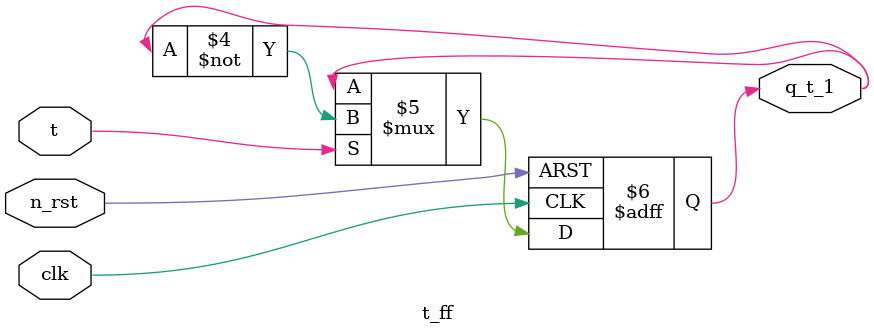
<source format=v>
module t_ff (
    input clk,
    input n_rst,
    input t,
    output reg q_t_1 // next state
);

always @(posedge clk or negedge n_rst)
    if(!n_rst)
        q_t_1 <= 1'b0;
    else begin
        q_t_1 <= (t == 1'b1)? ~q_t_1 : q_t_1;
    end

endmodule
</source>
